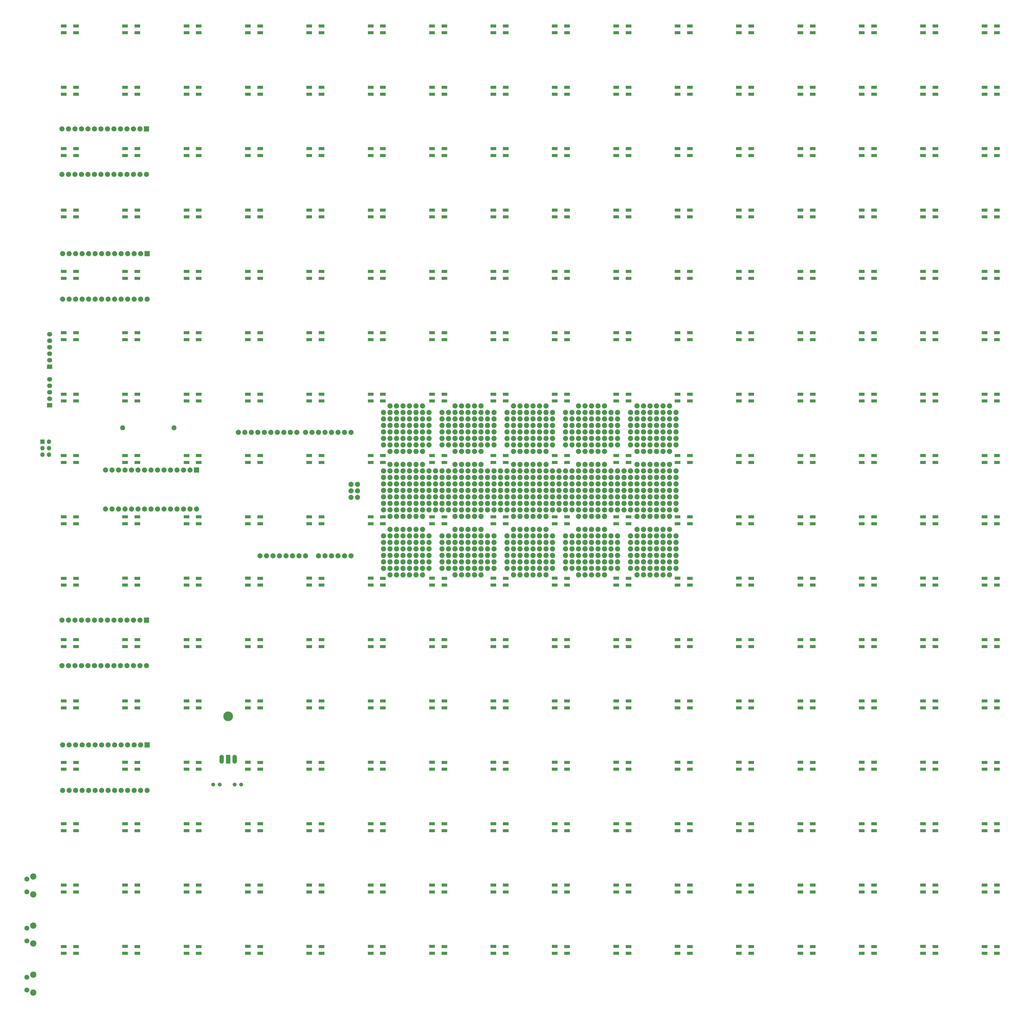
<source format=gbs>
G04 #@! TF.FileFunction,Soldermask,Bot*
%FSLAX46Y46*%
G04 Gerber Fmt 4.6, Leading zero omitted, Abs format (unit mm)*
G04 Created by KiCad (PCBNEW (2015-10-10 BZR 6258)-product) date Friday, October 16, 2015 'PMt' 06:39:56 PM*
%MOMM*%
G01*
G04 APERTURE LIST*
%ADD10C,0.100000*%
%ADD11C,0.150000*%
%ADD12C,2.032000*%
%ADD13C,2.000000*%
%ADD14R,2.000000X2.000000*%
%ADD15R,2.200000X1.250000*%
%ADD16C,2.200000*%
%ADD17C,1.700000*%
%ADD18C,1.950000*%
%ADD19C,1.501140*%
%ADD20R,1.699260X3.500120*%
%ADD21O,1.699260X3.500120*%
%ADD22C,3.799840*%
%ADD23R,1.727200X1.727200*%
%ADD24O,1.727200X1.727200*%
%ADD25R,2.032000X1.727200*%
%ADD26O,2.032000X1.727200*%
G04 APERTURE END LIST*
D10*
D11*
X22833200Y-370709000D02*
G75*
G03X22833200Y-370709000I-1143000J0D01*
G01*
X20079200Y-376709000D02*
G75*
G03X20079200Y-376709000I-889000J0D01*
G01*
X20079200Y-371709000D02*
G75*
G03X20079200Y-371709000I-889000J0D01*
G01*
X22833200Y-377709000D02*
G75*
G03X22833200Y-377709000I-1143000J0D01*
G01*
X22833200Y-389899000D02*
G75*
G03X22833200Y-389899000I-1143000J0D01*
G01*
X20079200Y-395899000D02*
G75*
G03X20079200Y-395899000I-889000J0D01*
G01*
X20079200Y-390899000D02*
G75*
G03X20079200Y-390899000I-889000J0D01*
G01*
X22833200Y-396899000D02*
G75*
G03X22833200Y-396899000I-1143000J0D01*
G01*
X22833200Y-409089000D02*
G75*
G03X22833200Y-409089000I-1143000J0D01*
G01*
X20079200Y-415089000D02*
G75*
G03X20079200Y-415089000I-889000J0D01*
G01*
X20079200Y-410089000D02*
G75*
G03X20079200Y-410089000I-889000J0D01*
G01*
X22833200Y-416089000D02*
G75*
G03X22833200Y-416089000I-1143000J0D01*
G01*
D12*
X257596600Y-229952800D03*
X267756600Y-229952800D03*
X265216600Y-229952800D03*
X262676600Y-229952800D03*
X270296600Y-229952800D03*
X260136600Y-229952800D03*
X234736600Y-229952800D03*
X244896600Y-229952800D03*
X242356600Y-229952800D03*
X237276600Y-229952800D03*
X239816600Y-229952800D03*
X219496600Y-245192800D03*
X222036600Y-250272800D03*
X219496600Y-250272800D03*
X222036600Y-245192800D03*
X222036600Y-247732800D03*
X219496600Y-247732800D03*
X214416600Y-252812800D03*
X216956600Y-250272800D03*
X214416600Y-250272800D03*
X216956600Y-247732800D03*
X214416600Y-247732800D03*
X214416600Y-245192800D03*
X216956600Y-245192800D03*
X201716600Y-250272800D03*
X199176600Y-250272800D03*
X211876600Y-250272800D03*
X211876600Y-252812800D03*
X209336600Y-252812800D03*
X209336600Y-250272800D03*
X201716600Y-245192800D03*
X196636600Y-250272800D03*
X199176600Y-247732800D03*
X201716600Y-247732800D03*
X196636600Y-247732800D03*
X206796600Y-250272800D03*
X206796600Y-247732800D03*
X206796600Y-245192800D03*
X209336600Y-247732800D03*
X211876600Y-245192800D03*
X209336600Y-245192800D03*
X211876600Y-247732800D03*
X222036600Y-252812800D03*
X216956600Y-252812800D03*
X219496600Y-252812800D03*
X186476600Y-250272800D03*
X186476600Y-252812800D03*
X181396600Y-250272800D03*
X183936600Y-250272800D03*
X189016600Y-252812800D03*
X183936600Y-247732800D03*
X181396600Y-247732800D03*
X181396600Y-245192800D03*
X183936600Y-245192800D03*
X181396600Y-237572800D03*
X183936600Y-237572800D03*
X181396600Y-240112800D03*
X181396600Y-242652800D03*
X183936600Y-240112800D03*
X183936600Y-242652800D03*
X189016600Y-237572800D03*
X186476600Y-237572800D03*
X186476600Y-242652800D03*
X189016600Y-242652800D03*
X186476600Y-240112800D03*
X189016600Y-240112800D03*
X216956600Y-242652800D03*
X214416600Y-242652800D03*
X214416600Y-240112800D03*
X216956600Y-240112800D03*
X211876600Y-240112800D03*
X209336600Y-242652800D03*
X209336600Y-240112800D03*
X211876600Y-242652800D03*
X201716600Y-237572800D03*
X201716600Y-242652800D03*
X201716600Y-240112800D03*
X214416600Y-235032800D03*
X216956600Y-237572800D03*
X211876600Y-237572800D03*
X216956600Y-235032800D03*
X211876600Y-235032800D03*
X214416600Y-237572800D03*
X209336600Y-235032800D03*
X206796600Y-237572800D03*
X206796600Y-240112800D03*
X206796600Y-242652800D03*
X209336600Y-237572800D03*
X176316600Y-237572800D03*
X173776600Y-235032800D03*
X171236600Y-237572800D03*
X173776600Y-240112800D03*
X171236600Y-235032800D03*
X173776600Y-237572800D03*
X173776600Y-242652800D03*
X171236600Y-240112800D03*
X171236600Y-242652800D03*
X176316600Y-240112800D03*
X176316600Y-242652800D03*
X166156600Y-250272800D03*
X166156600Y-247732800D03*
X168696600Y-252812800D03*
X168696600Y-250272800D03*
X166156600Y-252812800D03*
X176316600Y-245192800D03*
X171236600Y-245192800D03*
X173776600Y-247732800D03*
X173776600Y-245192800D03*
X176316600Y-247732800D03*
X171236600Y-247732800D03*
X171236600Y-252812800D03*
X171236600Y-250272800D03*
X173776600Y-252812800D03*
X173776600Y-250272800D03*
X176316600Y-250272800D03*
X161076600Y-235032800D03*
X158536600Y-237572800D03*
X158536600Y-240112800D03*
X161076600Y-240112800D03*
X161076600Y-237572800D03*
X163616600Y-240112800D03*
X166156600Y-242652800D03*
X168696600Y-245192800D03*
X168696600Y-242652800D03*
X166156600Y-245192800D03*
X168696600Y-247732800D03*
X161076600Y-247732800D03*
X158536600Y-247732800D03*
X158536600Y-245192800D03*
X158536600Y-242652800D03*
X163616600Y-250272800D03*
X163616600Y-252812800D03*
X161076600Y-252812800D03*
X158536600Y-250272800D03*
X161076600Y-250272800D03*
X161076600Y-245192800D03*
X163616600Y-245192800D03*
X163616600Y-242652800D03*
X161076600Y-242652800D03*
X163616600Y-247732800D03*
X163616600Y-235032800D03*
X168696600Y-237572800D03*
X166156600Y-237572800D03*
X168696600Y-235032800D03*
X166156600Y-235032800D03*
X168696600Y-240112800D03*
X166156600Y-240112800D03*
X163616600Y-237572800D03*
X189016600Y-235032800D03*
X191556600Y-235032800D03*
X194096600Y-235032800D03*
X191556600Y-237572800D03*
X186476600Y-235032800D03*
X194096600Y-237572800D03*
X194096600Y-240112800D03*
X199176600Y-242652800D03*
X196636600Y-242652800D03*
X196636600Y-245192800D03*
X199176600Y-245192800D03*
X194096600Y-242652800D03*
X189016600Y-247732800D03*
X189016600Y-250272800D03*
X186476600Y-247732800D03*
X186476600Y-245192800D03*
X189016600Y-245192800D03*
X191556600Y-247732800D03*
X194096600Y-247732800D03*
X191556600Y-252812800D03*
X196636600Y-252812800D03*
X194096600Y-250272800D03*
X194096600Y-252812800D03*
X191556600Y-250272800D03*
X191556600Y-240112800D03*
X191556600Y-242652800D03*
X194096600Y-245192800D03*
X191556600Y-245192800D03*
X196636600Y-237572800D03*
X196636600Y-235032800D03*
X199176600Y-237572800D03*
X199176600Y-240112800D03*
X196636600Y-240112800D03*
X272836600Y-245192800D03*
X272836600Y-250272800D03*
X272836600Y-247732800D03*
X270296600Y-252812800D03*
X270296600Y-235032800D03*
X272836600Y-237572800D03*
X267756600Y-235032800D03*
X270296600Y-250272800D03*
X267756600Y-247732800D03*
X270296600Y-247732800D03*
X267756600Y-250272800D03*
X267756600Y-252812800D03*
X262676600Y-235032800D03*
X265216600Y-237572800D03*
X265216600Y-235032800D03*
X262676600Y-240112800D03*
X262676600Y-242652800D03*
X262676600Y-237572800D03*
X265216600Y-242652800D03*
X265216600Y-240112800D03*
X270296600Y-237572800D03*
X267756600Y-237572800D03*
X272836600Y-240112800D03*
X267756600Y-240112800D03*
X270296600Y-240112800D03*
X272836600Y-242652800D03*
X270296600Y-245192800D03*
X270296600Y-242652800D03*
X267756600Y-242652800D03*
X265216600Y-245192800D03*
X267756600Y-245192800D03*
X229656600Y-250272800D03*
X229656600Y-247732800D03*
X232196600Y-247732800D03*
X232196600Y-250272800D03*
X234736600Y-250272800D03*
X234736600Y-252812800D03*
X239816600Y-250272800D03*
X237276600Y-252812800D03*
X239816600Y-252812800D03*
X237276600Y-247732800D03*
X237276600Y-250272800D03*
X239816600Y-247732800D03*
X237276600Y-235032800D03*
X239816600Y-235032800D03*
X239816600Y-237572800D03*
X234736600Y-240112800D03*
X239816600Y-240112800D03*
X237276600Y-240112800D03*
X234736600Y-237572800D03*
X237276600Y-237572800D03*
X229656600Y-245192800D03*
X232196600Y-245192800D03*
X229656600Y-242652800D03*
X234736600Y-245192800D03*
X232196600Y-242652800D03*
X234736600Y-247732800D03*
X234736600Y-242652800D03*
X239816600Y-245192800D03*
X237276600Y-242652800D03*
X237276600Y-245192800D03*
X239816600Y-242652800D03*
X234736600Y-235032800D03*
X232196600Y-240112800D03*
X232196600Y-237572800D03*
X229656600Y-240112800D03*
X229656600Y-237572800D03*
X265216600Y-252812800D03*
X265216600Y-250272800D03*
X257596600Y-252812800D03*
X262676600Y-250272800D03*
X265216600Y-247732800D03*
X262676600Y-252812800D03*
X260136600Y-252812800D03*
X260136600Y-247732800D03*
X257596600Y-250272800D03*
X262676600Y-247732800D03*
X262676600Y-245192800D03*
X260136600Y-245192800D03*
X257596600Y-245192800D03*
X257596600Y-247732800D03*
X260136600Y-250272800D03*
X255056600Y-250272800D03*
X249976600Y-250272800D03*
X247436600Y-250272800D03*
X242356600Y-252812800D03*
X242356600Y-250272800D03*
X244896600Y-252812800D03*
X244896600Y-250272800D03*
X249976600Y-247732800D03*
X255056600Y-247732800D03*
X255056600Y-245192800D03*
X255056600Y-242652800D03*
X249976600Y-245192800D03*
X244896600Y-247732800D03*
X247436600Y-247732800D03*
X242356600Y-247732800D03*
X242356600Y-245192800D03*
X244896600Y-242652800D03*
X247436600Y-242652800D03*
X244896600Y-245192800D03*
X247436600Y-245192800D03*
X242356600Y-242652800D03*
X242356600Y-235032800D03*
X244896600Y-235032800D03*
X242356600Y-237572800D03*
X249976600Y-242652800D03*
X249976600Y-237572800D03*
X249976600Y-240112800D03*
X257596600Y-235032800D03*
X260136600Y-237572800D03*
X257596600Y-242652800D03*
X257596600Y-240112800D03*
X260136600Y-240112800D03*
X260136600Y-235032800D03*
X257596600Y-237572800D03*
X260136600Y-242652800D03*
X247436600Y-237572800D03*
X247436600Y-240112800D03*
X244896600Y-237572800D03*
X242356600Y-240112800D03*
X244896600Y-240112800D03*
X255056600Y-237572800D03*
X255056600Y-240112800D03*
X224576600Y-240112800D03*
X224576600Y-237572800D03*
X219496600Y-235032800D03*
X222036600Y-237572800D03*
X219496600Y-240112800D03*
X222036600Y-235032800D03*
X219496600Y-237572800D03*
X222036600Y-240112800D03*
X224576600Y-245192800D03*
X224576600Y-247732800D03*
X219496600Y-242652800D03*
X222036600Y-242652800D03*
X224576600Y-242652800D03*
X224576600Y-250272800D03*
X186476600Y-186772800D03*
X189016600Y-186772800D03*
X214416600Y-186772800D03*
X216956600Y-186772800D03*
X211876600Y-186772800D03*
X209336600Y-186772800D03*
X173776600Y-186772800D03*
X171236600Y-186772800D03*
X161076600Y-186772800D03*
X163616600Y-186772800D03*
X168696600Y-186772800D03*
X166156600Y-186772800D03*
X191556600Y-186772800D03*
X194096600Y-186772800D03*
X196636600Y-186772800D03*
X262676600Y-186772800D03*
X265216600Y-186772800D03*
X270296600Y-186772800D03*
X267756600Y-186772800D03*
X237276600Y-186772800D03*
X239816600Y-186772800D03*
X234736600Y-186772800D03*
X257596600Y-186772800D03*
X260136600Y-186772800D03*
X242356600Y-186772800D03*
X244896600Y-186772800D03*
X219496600Y-186772800D03*
X222036600Y-186772800D03*
X272836600Y-194392800D03*
X272836600Y-196932800D03*
X272836600Y-191852800D03*
X272836600Y-189312800D03*
X272836600Y-199472800D03*
X272836600Y-202012800D03*
X262676600Y-189312800D03*
X265216600Y-191852800D03*
X262676600Y-194392800D03*
X262676600Y-191852800D03*
X265216600Y-189312800D03*
X267756600Y-189312800D03*
X270296600Y-189312800D03*
X265216600Y-194392800D03*
X270296600Y-194392800D03*
X270296600Y-191852800D03*
X267756600Y-191852800D03*
X267756600Y-194392800D03*
X270296600Y-199472800D03*
X267756600Y-199472800D03*
X270296600Y-196932800D03*
X265216600Y-196932800D03*
X267756600Y-196932800D03*
X255056600Y-202012800D03*
X260136600Y-199472800D03*
X257596600Y-194392800D03*
X260136600Y-194392800D03*
X260136600Y-196932800D03*
X255056600Y-199472800D03*
X257596600Y-196932800D03*
X255056600Y-196932800D03*
X257596600Y-199472800D03*
X255056600Y-194392800D03*
X260136600Y-202012800D03*
X260136600Y-204552800D03*
X257596600Y-202012800D03*
X257596600Y-204552800D03*
X262676600Y-202012800D03*
X262676600Y-199472800D03*
X262676600Y-196932800D03*
X265216600Y-199472800D03*
X270296600Y-204552800D03*
X270296600Y-202012800D03*
X262676600Y-204552800D03*
X265216600Y-204552800D03*
X267756600Y-202012800D03*
X267756600Y-204552800D03*
X265216600Y-202012800D03*
X249976600Y-194392800D03*
X249976600Y-196932800D03*
X249976600Y-189312800D03*
X249976600Y-191852800D03*
X249976600Y-202012800D03*
X249976600Y-199472800D03*
X255056600Y-191852800D03*
X255056600Y-189312800D03*
X260136600Y-191852800D03*
X257596600Y-189312800D03*
X257596600Y-191852800D03*
X260136600Y-189312800D03*
X239816600Y-189312800D03*
X242356600Y-191852800D03*
X239816600Y-194392800D03*
X239816600Y-191852800D03*
X242356600Y-189312800D03*
X244896600Y-189312800D03*
X247436600Y-189312800D03*
X242356600Y-194392800D03*
X247436600Y-194392800D03*
X247436600Y-191852800D03*
X244896600Y-191852800D03*
X244896600Y-194392800D03*
X247436600Y-199472800D03*
X244896600Y-199472800D03*
X247436600Y-196932800D03*
X242356600Y-196932800D03*
X244896600Y-196932800D03*
X232196600Y-202012800D03*
X229656600Y-202012800D03*
X237276600Y-199472800D03*
X234736600Y-194392800D03*
X237276600Y-194392800D03*
X237276600Y-196932800D03*
X229656600Y-199472800D03*
X229656600Y-196932800D03*
X229656600Y-194392800D03*
X232196600Y-199472800D03*
X234736600Y-196932800D03*
X232196600Y-196932800D03*
X234736600Y-199472800D03*
X232196600Y-194392800D03*
X237276600Y-202012800D03*
X237276600Y-204552800D03*
X234736600Y-202012800D03*
X234736600Y-204552800D03*
X239816600Y-202012800D03*
X239816600Y-199472800D03*
X239816600Y-196932800D03*
X242356600Y-199472800D03*
X247436600Y-202012800D03*
X239816600Y-204552800D03*
X242356600Y-204552800D03*
X244896600Y-202012800D03*
X244896600Y-204552800D03*
X242356600Y-202012800D03*
X229656600Y-191852800D03*
X229656600Y-189312800D03*
X232196600Y-191852800D03*
X232196600Y-189312800D03*
X237276600Y-191852800D03*
X234736600Y-189312800D03*
X234736600Y-191852800D03*
X237276600Y-189312800D03*
X216956600Y-189312800D03*
X219496600Y-191852800D03*
X216956600Y-194392800D03*
X216956600Y-191852800D03*
X219496600Y-189312800D03*
X222036600Y-189312800D03*
X224576600Y-189312800D03*
X219496600Y-194392800D03*
X224576600Y-194392800D03*
X224576600Y-191852800D03*
X222036600Y-191852800D03*
X222036600Y-194392800D03*
X224576600Y-199472800D03*
X222036600Y-199472800D03*
X224576600Y-196932800D03*
X219496600Y-196932800D03*
X222036600Y-196932800D03*
X209336600Y-204552800D03*
X209336600Y-202012800D03*
X206796600Y-202012800D03*
X214416600Y-199472800D03*
X211876600Y-194392800D03*
X214416600Y-194392800D03*
X214416600Y-196932800D03*
X206796600Y-199472800D03*
X206796600Y-196932800D03*
X206796600Y-194392800D03*
X209336600Y-199472800D03*
X211876600Y-196932800D03*
X209336600Y-196932800D03*
X211876600Y-199472800D03*
X209336600Y-194392800D03*
X214416600Y-202012800D03*
X214416600Y-204552800D03*
X211876600Y-202012800D03*
X211876600Y-204552800D03*
X216956600Y-202012800D03*
X216956600Y-199472800D03*
X216956600Y-196932800D03*
X219496600Y-199472800D03*
X224576600Y-202012800D03*
X216956600Y-204552800D03*
X219496600Y-204552800D03*
X222036600Y-202012800D03*
X222036600Y-204552800D03*
X219496600Y-202012800D03*
X206796600Y-191852800D03*
X206796600Y-189312800D03*
X209336600Y-191852800D03*
X209336600Y-189312800D03*
X214416600Y-191852800D03*
X211876600Y-189312800D03*
X211876600Y-191852800D03*
X214416600Y-189312800D03*
X194096600Y-189312800D03*
X196636600Y-191852800D03*
X194096600Y-194392800D03*
X194096600Y-191852800D03*
X196636600Y-189312800D03*
X199176600Y-189312800D03*
X201716600Y-189312800D03*
X196636600Y-194392800D03*
X201716600Y-194392800D03*
X201716600Y-191852800D03*
X199176600Y-191852800D03*
X199176600Y-194392800D03*
X201716600Y-199472800D03*
X199176600Y-199472800D03*
X201716600Y-196932800D03*
X196636600Y-196932800D03*
X199176600Y-196932800D03*
X186476600Y-204552800D03*
X186476600Y-202012800D03*
X183936600Y-202012800D03*
X191556600Y-199472800D03*
X189016600Y-194392800D03*
X191556600Y-194392800D03*
X191556600Y-196932800D03*
X183936600Y-199472800D03*
X183936600Y-196932800D03*
X183936600Y-194392800D03*
X186476600Y-199472800D03*
X189016600Y-196932800D03*
X186476600Y-196932800D03*
X189016600Y-199472800D03*
X186476600Y-194392800D03*
X191556600Y-202012800D03*
X191556600Y-204552800D03*
X189016600Y-202012800D03*
X189016600Y-204552800D03*
X194096600Y-202012800D03*
X194096600Y-199472800D03*
X194096600Y-196932800D03*
X196636600Y-199472800D03*
X201716600Y-202012800D03*
X194096600Y-204552800D03*
X196636600Y-204552800D03*
X199176600Y-202012800D03*
X196636600Y-202012800D03*
X181396600Y-194392800D03*
X181396600Y-196932800D03*
X183936600Y-191852800D03*
X181396600Y-189312800D03*
X181396600Y-191852800D03*
X183936600Y-189312800D03*
X181396600Y-202012800D03*
X181396600Y-199472800D03*
X186476600Y-191852800D03*
X186476600Y-189312800D03*
X191556600Y-191852800D03*
X189016600Y-189312800D03*
X189016600Y-191852800D03*
X191556600Y-189312800D03*
X171236600Y-189312800D03*
X173776600Y-191852800D03*
X171236600Y-194392800D03*
X171236600Y-191852800D03*
X173776600Y-189312800D03*
X176316600Y-189312800D03*
X173776600Y-194392800D03*
X176316600Y-191852800D03*
X176316600Y-194392800D03*
X176316600Y-199472800D03*
X173776600Y-196932800D03*
X176316600Y-196932800D03*
X161076600Y-204552800D03*
X163616600Y-204552800D03*
X163616600Y-202012800D03*
X161076600Y-202012800D03*
X168696600Y-199472800D03*
X166156600Y-194392800D03*
X168696600Y-194392800D03*
X168696600Y-196932800D03*
X161076600Y-199472800D03*
X161076600Y-196932800D03*
X161076600Y-194392800D03*
X163616600Y-199472800D03*
X166156600Y-196932800D03*
X163616600Y-196932800D03*
X166156600Y-199472800D03*
X163616600Y-194392800D03*
X168696600Y-202012800D03*
X168696600Y-204552800D03*
X166156600Y-202012800D03*
X166156600Y-204552800D03*
X171236600Y-202012800D03*
X171236600Y-199472800D03*
X171236600Y-196932800D03*
X173776600Y-199472800D03*
X171236600Y-204552800D03*
X173776600Y-204552800D03*
X176316600Y-202012800D03*
X173776600Y-202012800D03*
X158536600Y-194392800D03*
X158536600Y-196932800D03*
X161076600Y-191852800D03*
X158536600Y-189312800D03*
X158536600Y-191852800D03*
X161076600Y-189312800D03*
X158536600Y-202012800D03*
X158536600Y-199472800D03*
X163616600Y-191852800D03*
X163616600Y-189312800D03*
X168696600Y-191852800D03*
X166156600Y-189312800D03*
X166156600Y-191852800D03*
X168696600Y-189312800D03*
X209336600Y-229952800D03*
X214416600Y-229952800D03*
X216956600Y-229952800D03*
X211876600Y-229952800D03*
X219496600Y-229952800D03*
X222036600Y-229952800D03*
X189016600Y-229952800D03*
X186476600Y-229952800D03*
X196636600Y-229952800D03*
X194096600Y-229952800D03*
X191556600Y-229952800D03*
X234736600Y-209632800D03*
X237276600Y-209632800D03*
X244896600Y-209632800D03*
X242356600Y-209632800D03*
X239816600Y-209632800D03*
X257596600Y-209632800D03*
X260136600Y-209632800D03*
X270296600Y-209632800D03*
X267756600Y-209632800D03*
X265216600Y-209632800D03*
X262676600Y-209632800D03*
X209336600Y-209632800D03*
X214416600Y-209632800D03*
X211876600Y-209632800D03*
X219496600Y-209632800D03*
X216956600Y-209632800D03*
X222036600Y-209632800D03*
X191556600Y-209632800D03*
X194096600Y-209632800D03*
X196636600Y-209632800D03*
X186476600Y-209632800D03*
X189016600Y-209632800D03*
X161076600Y-209632800D03*
X166156600Y-209632800D03*
X168696600Y-209632800D03*
X163616600Y-209632800D03*
X173776600Y-209632800D03*
X171236600Y-209632800D03*
X272836600Y-214712800D03*
X272836600Y-217252800D03*
X272836600Y-219792800D03*
X272836600Y-224872800D03*
X272836600Y-222332800D03*
X272836600Y-227412800D03*
X272836600Y-212172800D03*
X161076600Y-229952800D03*
X171236600Y-229952800D03*
X173776600Y-229952800D03*
X163616600Y-229952800D03*
X166156600Y-229952800D03*
X168696600Y-229952800D03*
X267756600Y-217252800D03*
X270296600Y-212172800D03*
X270296600Y-214712800D03*
X267756600Y-214712800D03*
X267756600Y-212172800D03*
X265216600Y-214712800D03*
X270296600Y-217252800D03*
X260136600Y-212172800D03*
X260136600Y-214712800D03*
X262676600Y-214712800D03*
X265216600Y-212172800D03*
X262676600Y-217252800D03*
X260136600Y-217252800D03*
X262676600Y-212172800D03*
X265216600Y-217252800D03*
X257596600Y-212172800D03*
X257596600Y-214712800D03*
X255056600Y-212172800D03*
X255056600Y-214712800D03*
X255056600Y-217252800D03*
X257596600Y-217252800D03*
X252516600Y-222332800D03*
X252516600Y-219792800D03*
X249976600Y-219792800D03*
X247436600Y-222332800D03*
X249976600Y-222332800D03*
X247436600Y-219792800D03*
X252516600Y-224872800D03*
X249976600Y-227412800D03*
X244896600Y-224872800D03*
X247436600Y-227412800D03*
X249976600Y-224872800D03*
X247436600Y-224872800D03*
X252516600Y-227412800D03*
X244896600Y-227412800D03*
X265216600Y-224872800D03*
X262676600Y-222332800D03*
X262676600Y-224872800D03*
X260136600Y-224872800D03*
X265216600Y-222332800D03*
X257596600Y-227412800D03*
X257596600Y-222332800D03*
X257596600Y-219792800D03*
X255056600Y-219792800D03*
X257596600Y-224872800D03*
X255056600Y-224872800D03*
X260136600Y-227412800D03*
X255056600Y-222332800D03*
X265216600Y-219792800D03*
X260136600Y-222332800D03*
X262676600Y-219792800D03*
X260136600Y-219792800D03*
X270296600Y-224872800D03*
X270296600Y-222332800D03*
X267756600Y-224872800D03*
X267756600Y-222332800D03*
X270296600Y-219792800D03*
X267756600Y-219792800D03*
X265216600Y-227412800D03*
X270296600Y-227412800D03*
X267756600Y-227412800D03*
X262676600Y-227412800D03*
X255056600Y-227412800D03*
X249976600Y-214712800D03*
X244896600Y-219792800D03*
X242356600Y-219792800D03*
X244896600Y-217252800D03*
X247436600Y-217252800D03*
X242356600Y-214712800D03*
X242356600Y-212172800D03*
X239816600Y-212172800D03*
X242356600Y-222332800D03*
X242356600Y-224872800D03*
X244896600Y-222332800D03*
X239816600Y-222332800D03*
X242356600Y-227412800D03*
X239816600Y-224872800D03*
X237276600Y-217252800D03*
X234736600Y-212172800D03*
X234736600Y-214712800D03*
X234736600Y-217252800D03*
X237276600Y-214712800D03*
X234736600Y-219792800D03*
X234736600Y-222332800D03*
X237276600Y-222332800D03*
X237276600Y-219792800D03*
X239816600Y-219792800D03*
X234736600Y-227412800D03*
X234736600Y-224872800D03*
X239816600Y-227412800D03*
X237276600Y-227412800D03*
X237276600Y-224872800D03*
X252516600Y-212172800D03*
X249976600Y-212172800D03*
X252516600Y-214712800D03*
X249976600Y-217252800D03*
X252516600Y-217252800D03*
X247436600Y-212172800D03*
X244896600Y-214712800D03*
X242356600Y-217252800D03*
X247436600Y-214712800D03*
X244896600Y-212172800D03*
X239816600Y-214712800D03*
X239816600Y-217252800D03*
X237276600Y-212172800D03*
X224576600Y-222332800D03*
X224576600Y-219792800D03*
X222036600Y-219792800D03*
X222036600Y-222332800D03*
X219496600Y-219792800D03*
X222036600Y-224872800D03*
X224576600Y-227412800D03*
X219496600Y-224872800D03*
X224576600Y-224872800D03*
X222036600Y-227412800D03*
X219496600Y-227412800D03*
X216956600Y-224872800D03*
X216956600Y-227412800D03*
X219496600Y-212172800D03*
X222036600Y-212172800D03*
X224576600Y-217252800D03*
X224576600Y-214712800D03*
X222036600Y-217252800D03*
X219496600Y-214712800D03*
X222036600Y-214712800D03*
X224576600Y-212172800D03*
X214416600Y-212172800D03*
X214416600Y-217252800D03*
X211876600Y-217252800D03*
X216956600Y-212172800D03*
X216956600Y-214712800D03*
X214416600Y-214712800D03*
X211876600Y-212172800D03*
X211876600Y-214712800D03*
X214416600Y-222332800D03*
X214416600Y-219792800D03*
X211876600Y-219792800D03*
X214416600Y-224872800D03*
X214416600Y-227412800D03*
X211876600Y-224872800D03*
X211876600Y-227412800D03*
X211876600Y-222332800D03*
X216956600Y-222332800D03*
X219496600Y-217252800D03*
X216956600Y-219792800D03*
X219496600Y-222332800D03*
X216956600Y-217252800D03*
X204256600Y-222332800D03*
X206796600Y-219792800D03*
X206796600Y-222332800D03*
X209336600Y-219792800D03*
X209336600Y-222332800D03*
X204256600Y-219792800D03*
X206796600Y-217252800D03*
X204256600Y-217252800D03*
X209336600Y-217252800D03*
X204256600Y-214712800D03*
X209336600Y-224872800D03*
X206796600Y-224872800D03*
X204256600Y-227412800D03*
X204256600Y-224872800D03*
X209336600Y-227412800D03*
X206796600Y-227412800D03*
X206796600Y-212172800D03*
X209336600Y-212172800D03*
X204256600Y-212172800D03*
X209336600Y-214712800D03*
X206796600Y-214712800D03*
X194096600Y-222332800D03*
X194096600Y-227412800D03*
X196636600Y-227412800D03*
X196636600Y-224872800D03*
X194096600Y-224872800D03*
X201716600Y-222332800D03*
X199176600Y-219792800D03*
X196636600Y-219792800D03*
X196636600Y-222332800D03*
X199176600Y-222332800D03*
X196636600Y-212172800D03*
X194096600Y-212172800D03*
X194096600Y-219792800D03*
X194096600Y-214712800D03*
X194096600Y-217252800D03*
X201716600Y-224872800D03*
X201716600Y-227412800D03*
X199176600Y-227412800D03*
X199176600Y-224872800D03*
X199176600Y-217252800D03*
X196636600Y-217252800D03*
X199176600Y-214712800D03*
X196636600Y-214712800D03*
X201716600Y-212172800D03*
X201716600Y-219792800D03*
X201716600Y-214712800D03*
X201716600Y-217252800D03*
X199176600Y-212172800D03*
X227116600Y-227412800D03*
X232196600Y-227412800D03*
X229656600Y-227412800D03*
X232196600Y-224872800D03*
X229656600Y-217252800D03*
X227116600Y-219792800D03*
X229656600Y-219792800D03*
X232196600Y-217252800D03*
X232196600Y-219792800D03*
X227116600Y-217252800D03*
X232196600Y-222332800D03*
X229656600Y-224872800D03*
X229656600Y-222332800D03*
X227116600Y-224872800D03*
X227116600Y-222332800D03*
X229656600Y-214712800D03*
X227116600Y-212172800D03*
X232196600Y-214712800D03*
X232196600Y-212172800D03*
X229656600Y-212172800D03*
X227116600Y-214712800D03*
X176316600Y-212172800D03*
X178856600Y-212172800D03*
X178856600Y-214712800D03*
X173776600Y-212172800D03*
X173776600Y-214712800D03*
X176316600Y-214712800D03*
X181396600Y-224872800D03*
X181396600Y-222332800D03*
X181396600Y-227412800D03*
X178856600Y-224872800D03*
X178856600Y-227412800D03*
X173776600Y-222332800D03*
X173776600Y-219792800D03*
X178856600Y-219792800D03*
X176316600Y-219792800D03*
X176316600Y-222332800D03*
X178856600Y-222332800D03*
X173776600Y-224872800D03*
X173776600Y-227412800D03*
X176316600Y-224872800D03*
X176316600Y-227412800D03*
X181396600Y-217252800D03*
X176316600Y-217252800D03*
X178856600Y-217252800D03*
X173776600Y-217252800D03*
X181396600Y-214712800D03*
X186476600Y-224872800D03*
X183936600Y-227412800D03*
X183936600Y-224872800D03*
X186476600Y-227412800D03*
X189016600Y-227412800D03*
X189016600Y-214712800D03*
X189016600Y-217252800D03*
X189016600Y-219792800D03*
X191556600Y-217252800D03*
X191556600Y-219792800D03*
X191556600Y-214712800D03*
X191556600Y-212172800D03*
X189016600Y-212172800D03*
X183936600Y-212172800D03*
X183936600Y-214712800D03*
X186476600Y-217252800D03*
X186476600Y-214712800D03*
X183936600Y-217252800D03*
X186476600Y-212172800D03*
X181396600Y-212172800D03*
X183936600Y-222332800D03*
X183936600Y-219792800D03*
X186476600Y-219792800D03*
X186476600Y-222332800D03*
X181396600Y-219792800D03*
X191556600Y-222332800D03*
X189016600Y-224872800D03*
X191556600Y-227412800D03*
X189016600Y-222332800D03*
X191556600Y-224872800D03*
X168696600Y-214712800D03*
X168696600Y-212172800D03*
X168696600Y-217252800D03*
X168696600Y-219792800D03*
X171236600Y-217252800D03*
X171236600Y-219792800D03*
X171236600Y-214712800D03*
X163616600Y-212172800D03*
X171236600Y-222332800D03*
X166156600Y-212172800D03*
X171236600Y-212172800D03*
X171236600Y-224872800D03*
X171236600Y-227412800D03*
X168696600Y-227412800D03*
X168696600Y-224872800D03*
X163616600Y-224872800D03*
X166156600Y-224872800D03*
X163616600Y-227412800D03*
X166156600Y-227412800D03*
X163616600Y-217252800D03*
X163616600Y-214712800D03*
X166156600Y-214712800D03*
X166156600Y-217252800D03*
X168696600Y-222332800D03*
X163616600Y-219792800D03*
X166156600Y-219792800D03*
X166156600Y-222332800D03*
X163616600Y-222332800D03*
X161076600Y-217252800D03*
X158536600Y-214712800D03*
X158536600Y-212172800D03*
X161076600Y-214712800D03*
X161076600Y-212172800D03*
X158536600Y-217252800D03*
X161076600Y-227412800D03*
X158536600Y-224872800D03*
X158536600Y-222332800D03*
X158536600Y-219792800D03*
X161076600Y-219792800D03*
X161076600Y-224872800D03*
X161076600Y-222332800D03*
X158536600Y-227412800D03*
D13*
X110276600Y-245319800D03*
X112816600Y-245319800D03*
X115356600Y-245319800D03*
X117896600Y-245319800D03*
X120436600Y-245319800D03*
X122976600Y-245319800D03*
X125516600Y-245319800D03*
X128056600Y-245319800D03*
X133136600Y-245319800D03*
X135676600Y-245319800D03*
X138216600Y-245319800D03*
X140756600Y-245319800D03*
X143296600Y-245319800D03*
X145836600Y-245319800D03*
X101793000Y-197059800D03*
X104333000Y-197059800D03*
X106873000Y-197059800D03*
X109413000Y-197059800D03*
X111953000Y-197059800D03*
X114493000Y-197059800D03*
X117033000Y-197059800D03*
X119573000Y-197059800D03*
X122113000Y-197059800D03*
X124653000Y-197059800D03*
X128056600Y-197059800D03*
X130596600Y-197059800D03*
X133136600Y-197059800D03*
X135676600Y-197059800D03*
X138216600Y-197059800D03*
X140756600Y-197059800D03*
X143296600Y-197059800D03*
X145836600Y-197059800D03*
X145836600Y-222459800D03*
X145836600Y-219919800D03*
X145836600Y-217379800D03*
X148376600Y-217379800D03*
X148376600Y-219919800D03*
X148376600Y-222459800D03*
X65191600Y-227031800D03*
D14*
X85511600Y-211791800D03*
D13*
X82971600Y-211791800D03*
X80431600Y-211791800D03*
X77891600Y-211791800D03*
X75351600Y-211791800D03*
X72811600Y-211791800D03*
X70271600Y-211791800D03*
X67731600Y-211791800D03*
X65191600Y-211791800D03*
X62651600Y-211791800D03*
X60111600Y-211791800D03*
X57571600Y-211791800D03*
X55031600Y-211791800D03*
X52491600Y-211791800D03*
X49951600Y-211791800D03*
X85511600Y-227031800D03*
X82971600Y-227031800D03*
X80431600Y-227031800D03*
X77891600Y-227031800D03*
X75351600Y-227031800D03*
X72811600Y-227031800D03*
X70271600Y-227031800D03*
X67731600Y-227031800D03*
X62651600Y-227031800D03*
X60111600Y-227031800D03*
X57571600Y-227031800D03*
X55031600Y-227031800D03*
X52491600Y-227031800D03*
X49951600Y-227031800D03*
D15*
X38380489Y-400763116D03*
X38380489Y-398063116D03*
X38380489Y-376774229D03*
X38380489Y-374074229D03*
X38380489Y-352785341D03*
X38380489Y-350085341D03*
X38380489Y-328796453D03*
X38380489Y-326096453D03*
X38380489Y-304807565D03*
X38380489Y-302107565D03*
X38380489Y-280818678D03*
X38380489Y-278118678D03*
X38380489Y-256829790D03*
X38380489Y-254129790D03*
X38380489Y-232840902D03*
X38380489Y-230140902D03*
X38380489Y-208852014D03*
X38380489Y-206152014D03*
X38380489Y-184863127D03*
X38380489Y-182163127D03*
X38380489Y-160874239D03*
X38380489Y-158174239D03*
X38380489Y-136885351D03*
X38380489Y-134185351D03*
X38380489Y-112896463D03*
X38380489Y-110196463D03*
X38380489Y-88907576D03*
X38380489Y-86207576D03*
X38380489Y-64918688D03*
X38380489Y-62218688D03*
X38380489Y-40929800D03*
X38380489Y-38229800D03*
X62369377Y-400763116D03*
X62369377Y-398063116D03*
X62369377Y-376774229D03*
X62369377Y-374074229D03*
X62369377Y-352785341D03*
X62369377Y-350085341D03*
X62369377Y-328796453D03*
X62369377Y-326096453D03*
X62369377Y-304807565D03*
X62369377Y-302107565D03*
X62369377Y-280818678D03*
X62369377Y-278118678D03*
X62369377Y-256829790D03*
X62369377Y-254129790D03*
X62369377Y-232840902D03*
X62369377Y-230140902D03*
X62369377Y-208852014D03*
X62369377Y-206152014D03*
X62369377Y-184863127D03*
X62369377Y-182163127D03*
X62369377Y-160874239D03*
X62369377Y-158174239D03*
X62369377Y-136885351D03*
X62369377Y-134185351D03*
X62369377Y-112896463D03*
X62369377Y-110196463D03*
X62369377Y-88907576D03*
X62369377Y-86207576D03*
X62369377Y-64918688D03*
X62369377Y-62218688D03*
X62369377Y-40929800D03*
X62369377Y-38229800D03*
X86358264Y-400763116D03*
X86358264Y-398063116D03*
X86358264Y-376774229D03*
X86358264Y-374074229D03*
X86358264Y-352785341D03*
X86358264Y-350085341D03*
X86358264Y-328796453D03*
X86358264Y-326096453D03*
X86358264Y-304807565D03*
X86358264Y-302107565D03*
X86358264Y-280818678D03*
X86358264Y-278118678D03*
X86358264Y-256829790D03*
X86358264Y-254129790D03*
X86358264Y-232840902D03*
X86358264Y-230140902D03*
X86358264Y-208852014D03*
X86358264Y-206152014D03*
X86358264Y-184863127D03*
X86358264Y-182163127D03*
X86358264Y-160874239D03*
X86358264Y-158174239D03*
X86358264Y-136885351D03*
X86358264Y-134185351D03*
X86358264Y-112896463D03*
X86358264Y-110196463D03*
X86358264Y-88907576D03*
X86358264Y-86207576D03*
X86358264Y-64918688D03*
X86358264Y-62218688D03*
X86358264Y-40929800D03*
X86358264Y-38229800D03*
X110347152Y-400763116D03*
X110347152Y-398063116D03*
X110347152Y-376774229D03*
X110347152Y-374074229D03*
X110347152Y-352785341D03*
X110347152Y-350085341D03*
X110347152Y-328796453D03*
X110347152Y-326096453D03*
X110347152Y-304807565D03*
X110347152Y-302107565D03*
X110347152Y-280818678D03*
X110347152Y-278118678D03*
X110347152Y-256829790D03*
X110347152Y-254129790D03*
X110347152Y-232840902D03*
X110347152Y-230140902D03*
X110347152Y-208852014D03*
X110347152Y-206152014D03*
X110347152Y-184863127D03*
X110347152Y-182163127D03*
X110347152Y-160874239D03*
X110347152Y-158174239D03*
X110347152Y-136885351D03*
X110347152Y-134185351D03*
X110347152Y-112896463D03*
X110347152Y-110196463D03*
X110347152Y-88907576D03*
X110347152Y-86207576D03*
X110347152Y-64918688D03*
X110347152Y-62218688D03*
X110347152Y-40929800D03*
X110347152Y-38229800D03*
X134336040Y-400763116D03*
X134336040Y-398063116D03*
X134336040Y-376774229D03*
X134336040Y-374074229D03*
X134336040Y-352785341D03*
X134336040Y-350085341D03*
X134336040Y-328796453D03*
X134336040Y-326096453D03*
X134336040Y-304807565D03*
X134336040Y-302107565D03*
X134336040Y-280818678D03*
X134336040Y-278118678D03*
X134336040Y-256829790D03*
X134336040Y-254129790D03*
X134336040Y-232840902D03*
X134336040Y-230140902D03*
X134336040Y-208852014D03*
X134336040Y-206152014D03*
X134336040Y-184863127D03*
X134336040Y-182163127D03*
X134336040Y-160874239D03*
X134336040Y-158174239D03*
X134336040Y-136885351D03*
X134336040Y-134185351D03*
X134336040Y-112896463D03*
X134336040Y-110196463D03*
X134336040Y-88907576D03*
X134336040Y-86207576D03*
X134336040Y-64918688D03*
X134336040Y-62218688D03*
X134336040Y-40929800D03*
X134336040Y-38229800D03*
X158324928Y-400763116D03*
X158324928Y-398063116D03*
X158324928Y-376774229D03*
X158324928Y-374074229D03*
X158324928Y-352785341D03*
X158324928Y-350085341D03*
X158324928Y-328796453D03*
X158324928Y-326096453D03*
X158324928Y-304807565D03*
X158324928Y-302107565D03*
X158324928Y-280818678D03*
X158324928Y-278118678D03*
X158324928Y-256829790D03*
X158324928Y-254129790D03*
X158324928Y-232840902D03*
X158324928Y-230140902D03*
X158324928Y-208852014D03*
X158324928Y-206152014D03*
X158324928Y-184863127D03*
X158324928Y-182163127D03*
X158324928Y-160874239D03*
X158324928Y-158174239D03*
X158324928Y-136885351D03*
X158324928Y-134185351D03*
X158324928Y-112896463D03*
X158324928Y-110196463D03*
X158324928Y-88907576D03*
X158324928Y-86207576D03*
X158324928Y-64918688D03*
X158324928Y-62218688D03*
X158324928Y-40929800D03*
X158324928Y-38229800D03*
X182313815Y-400763116D03*
X182313815Y-398063116D03*
X182313815Y-376774229D03*
X182313815Y-374074229D03*
X182313815Y-352785341D03*
X182313815Y-350085341D03*
X182313815Y-328796453D03*
X182313815Y-326096453D03*
X182313815Y-304807565D03*
X182313815Y-302107565D03*
X182313815Y-280818678D03*
X182313815Y-278118678D03*
X182313815Y-256829790D03*
X182313815Y-254129790D03*
X182313815Y-232840902D03*
X182313815Y-230140902D03*
X182313815Y-208852014D03*
X182313815Y-206152014D03*
X182313815Y-184863127D03*
X182313815Y-182163127D03*
X182313815Y-160874239D03*
X182313815Y-158174239D03*
X182313815Y-136885351D03*
X182313815Y-134185351D03*
X182313815Y-112896463D03*
X182313815Y-110196463D03*
X182313815Y-88907576D03*
X182313815Y-86207576D03*
X182313815Y-64918688D03*
X182313815Y-62218688D03*
X182313815Y-40929800D03*
X182313815Y-38229800D03*
X206302703Y-400763116D03*
X206302703Y-398063116D03*
X206302703Y-376774228D03*
X206302703Y-374074228D03*
X206302703Y-352785341D03*
X206302703Y-350085341D03*
X206302703Y-328796453D03*
X206302703Y-326096453D03*
X206302703Y-304807565D03*
X206302703Y-302107565D03*
X206302703Y-280818677D03*
X206302703Y-278118677D03*
X206302703Y-256829790D03*
X206302703Y-254129790D03*
X206302703Y-232840902D03*
X206302703Y-230140902D03*
X206302703Y-208852014D03*
X206302703Y-206152014D03*
X206302703Y-184863126D03*
X206302703Y-182163126D03*
X206302703Y-160874239D03*
X206302703Y-158174239D03*
X206302703Y-136885351D03*
X206302703Y-134185351D03*
X206302703Y-112896463D03*
X206302703Y-110196463D03*
X206302703Y-88907575D03*
X206302703Y-86207575D03*
X206302703Y-64918688D03*
X206302703Y-62218688D03*
X206302703Y-40929800D03*
X206302703Y-38229800D03*
X230291591Y-400763116D03*
X230291591Y-398063116D03*
X230291591Y-376774229D03*
X230291591Y-374074229D03*
X230291591Y-352785341D03*
X230291591Y-350085341D03*
X230291591Y-328796453D03*
X230291591Y-326096453D03*
X230291591Y-304807565D03*
X230291591Y-302107565D03*
X230291591Y-280818678D03*
X230291591Y-278118678D03*
X230291591Y-256829790D03*
X230291591Y-254129790D03*
X230291591Y-232840902D03*
X230291591Y-230140902D03*
X230291591Y-208852014D03*
X230291591Y-206152014D03*
X230291591Y-184863127D03*
X230291591Y-182163127D03*
X230291591Y-160874239D03*
X230291591Y-158174239D03*
X230291591Y-136885351D03*
X230291591Y-134185351D03*
X230291591Y-112896463D03*
X230291591Y-110196463D03*
X230291591Y-88907576D03*
X230291591Y-86207576D03*
X230291591Y-64918688D03*
X230291591Y-62218688D03*
X230291591Y-40929800D03*
X230291591Y-38229800D03*
X254280479Y-400763116D03*
X254280479Y-398063116D03*
X254280479Y-376774229D03*
X254280479Y-374074229D03*
X254280479Y-352785341D03*
X254280479Y-350085341D03*
X254280479Y-328796453D03*
X254280479Y-326096453D03*
X254280479Y-304807565D03*
X254280479Y-302107565D03*
X254280479Y-280818678D03*
X254280479Y-278118678D03*
X254280479Y-256829790D03*
X254280479Y-254129790D03*
X254280479Y-232840902D03*
X254280479Y-230140902D03*
X254280479Y-208852014D03*
X254280479Y-206152014D03*
X254280479Y-184863127D03*
X254280479Y-182163127D03*
X254280479Y-160874239D03*
X254280479Y-158174239D03*
X254280479Y-136885351D03*
X254280479Y-134185351D03*
X254280479Y-112896463D03*
X254280479Y-110196463D03*
X254280479Y-88907576D03*
X254280479Y-86207576D03*
X254280479Y-64918688D03*
X254280479Y-62218688D03*
X254280479Y-40929800D03*
X254280479Y-38229800D03*
X278269366Y-400763116D03*
X278269366Y-398063116D03*
X278269366Y-376774229D03*
X278269366Y-374074229D03*
X278269366Y-352785341D03*
X278269366Y-350085341D03*
X278269366Y-328796453D03*
X278269366Y-326096453D03*
X278269366Y-304807565D03*
X278269366Y-302107565D03*
X278269366Y-280818678D03*
X278269366Y-278118678D03*
X278269366Y-256829790D03*
X278269366Y-254129790D03*
X278269366Y-232840902D03*
X278269366Y-230140902D03*
X278269366Y-208852014D03*
X278269366Y-206152014D03*
X278269366Y-184863127D03*
X278269366Y-182163127D03*
X278269366Y-160874239D03*
X278269366Y-158174239D03*
X278269366Y-136885351D03*
X278269366Y-134185351D03*
X278269366Y-112896463D03*
X278269366Y-110196463D03*
X278269366Y-88907576D03*
X278269366Y-86207576D03*
X278269366Y-64918688D03*
X278269366Y-62218688D03*
X278269366Y-40929800D03*
X278269366Y-38229800D03*
X302258254Y-400763116D03*
X302258254Y-398063116D03*
X302258254Y-376774229D03*
X302258254Y-374074229D03*
X302258254Y-352785341D03*
X302258254Y-350085341D03*
X302258254Y-328796453D03*
X302258254Y-326096453D03*
X302258254Y-304807565D03*
X302258254Y-302107565D03*
X302258254Y-280818678D03*
X302258254Y-278118678D03*
X302258254Y-256829790D03*
X302258254Y-254129790D03*
X302258254Y-232840902D03*
X302258254Y-230140902D03*
X302258254Y-208852014D03*
X302258254Y-206152014D03*
X302258254Y-184863127D03*
X302258254Y-182163127D03*
X302258254Y-160874239D03*
X302258254Y-158174239D03*
X302258254Y-136885351D03*
X302258254Y-134185351D03*
X302258254Y-112896463D03*
X302258254Y-110196463D03*
X302258254Y-88907576D03*
X302258254Y-86207576D03*
X302258254Y-64918688D03*
X302258254Y-62218688D03*
X302258254Y-40929800D03*
X302258254Y-38229800D03*
X326247142Y-400763116D03*
X326247142Y-398063116D03*
X326247142Y-376774229D03*
X326247142Y-374074229D03*
X326247142Y-352785341D03*
X326247142Y-350085341D03*
X326247142Y-328796453D03*
X326247142Y-326096453D03*
X326247142Y-304807565D03*
X326247142Y-302107565D03*
X326247142Y-280818678D03*
X326247142Y-278118678D03*
X326247142Y-256829790D03*
X326247142Y-254129790D03*
X326247142Y-232840902D03*
X326247142Y-230140902D03*
X326247142Y-208852014D03*
X326247142Y-206152014D03*
X326247142Y-184863127D03*
X326247142Y-182163127D03*
X326247142Y-160874239D03*
X326247142Y-158174239D03*
X326247142Y-136885351D03*
X326247142Y-134185351D03*
X326247142Y-112896463D03*
X326247142Y-110196463D03*
X326247142Y-88907576D03*
X326247142Y-86207576D03*
X326247142Y-64918688D03*
X326247142Y-62218688D03*
X326247142Y-40929800D03*
X326247142Y-38229800D03*
X350236030Y-400763116D03*
X350236030Y-398063116D03*
X350236030Y-376774229D03*
X350236030Y-374074229D03*
X350236030Y-352785341D03*
X350236030Y-350085341D03*
X350250111Y-328783300D03*
X350250111Y-326083300D03*
X350250111Y-304780300D03*
X350250111Y-302080300D03*
X350236030Y-280818678D03*
X350236030Y-278118678D03*
X350236030Y-256829790D03*
X350236030Y-254129790D03*
X350236030Y-232840902D03*
X350236030Y-230140902D03*
X350236030Y-208852014D03*
X350236030Y-206152014D03*
X350236030Y-184863127D03*
X350236030Y-182163127D03*
X350236030Y-160874239D03*
X350236030Y-158174239D03*
X350236030Y-136885351D03*
X350236030Y-134185351D03*
X350236030Y-112896463D03*
X350236030Y-110196463D03*
X350236030Y-88907576D03*
X350236030Y-86207576D03*
X350236030Y-64918688D03*
X350236030Y-62218688D03*
X350236030Y-40929800D03*
X350236030Y-38229800D03*
X374224917Y-400763116D03*
X374224917Y-398063116D03*
X374224917Y-376774229D03*
X374224917Y-374074229D03*
X374224917Y-352785341D03*
X374224917Y-350085341D03*
X374224917Y-328796453D03*
X374224917Y-326096453D03*
X374224917Y-304807565D03*
X374224917Y-302107565D03*
X374224917Y-280818678D03*
X374224917Y-278118678D03*
X374224917Y-256829790D03*
X374224917Y-254129790D03*
X374224917Y-232840902D03*
X374224917Y-230140902D03*
X374224917Y-208852014D03*
X374224917Y-206152014D03*
X374224917Y-184863127D03*
X374224917Y-182163127D03*
X374224917Y-160874239D03*
X374224917Y-158174239D03*
X374224917Y-136885351D03*
X374224917Y-134185351D03*
X374224917Y-112896463D03*
X374224917Y-110196463D03*
X374224917Y-88907576D03*
X374224917Y-86207576D03*
X374224917Y-64918688D03*
X374224917Y-62218688D03*
X374224917Y-40929800D03*
X374224917Y-38229800D03*
X398213805Y-400763116D03*
X398213805Y-398063116D03*
X398213805Y-376774229D03*
X398213805Y-374074229D03*
X398213805Y-352785341D03*
X398213805Y-350085341D03*
X398213805Y-328796453D03*
X398213805Y-326096453D03*
X398213805Y-304807565D03*
X398213805Y-302107565D03*
X398213805Y-280818678D03*
X398213805Y-278118678D03*
X398213805Y-256829790D03*
X398213805Y-254129790D03*
X398213805Y-232840902D03*
X398213805Y-230140902D03*
X398213805Y-208852014D03*
X398213805Y-206152014D03*
X398213805Y-184863127D03*
X398213805Y-182163127D03*
X398213805Y-160874239D03*
X398213805Y-158174239D03*
X398213805Y-136885351D03*
X398213805Y-134185351D03*
X398213805Y-112896463D03*
X398213805Y-110196463D03*
X398213805Y-88907576D03*
X398213805Y-86207576D03*
X398213805Y-64918688D03*
X398213805Y-62218688D03*
X398213805Y-40929800D03*
X398213805Y-38229800D03*
X33582711Y-400763116D03*
X33582711Y-398063116D03*
X33582711Y-376774229D03*
X33582711Y-374074229D03*
X33582711Y-352785341D03*
X33582711Y-350085341D03*
X33582711Y-328796453D03*
X33582711Y-326096453D03*
X33582711Y-304807565D03*
X33582711Y-302107565D03*
X33582711Y-280818678D03*
X33582711Y-278118678D03*
X33582711Y-256829790D03*
X33582711Y-254129790D03*
X33582711Y-232840902D03*
X33582711Y-230140902D03*
X33582711Y-208852014D03*
X33582711Y-206152014D03*
X33582711Y-184863127D03*
X33582711Y-182163127D03*
X33582711Y-160874239D03*
X33582711Y-158174239D03*
X33582711Y-136885351D03*
X33582711Y-134185351D03*
X33582711Y-112896463D03*
X33582711Y-110196463D03*
X33582711Y-88907576D03*
X33582711Y-86207576D03*
X33582711Y-64918688D03*
X33582711Y-62218688D03*
X33582711Y-40929800D03*
X33582711Y-38229800D03*
X57570511Y-400746000D03*
X57570511Y-398046000D03*
X57570511Y-376758000D03*
X57570511Y-374058000D03*
X57570511Y-352771000D03*
X57570511Y-350071000D03*
X57570511Y-328783000D03*
X57570511Y-326083000D03*
X57570511Y-304795000D03*
X57570511Y-302095000D03*
X57570511Y-280807000D03*
X57570511Y-278107000D03*
X57570511Y-256820000D03*
X57570511Y-254120000D03*
X57570511Y-232832000D03*
X57570511Y-230132000D03*
X57570511Y-208844000D03*
X57570511Y-206144000D03*
X57570511Y-184856000D03*
X57570511Y-182156000D03*
X57570511Y-160869000D03*
X57570511Y-158169000D03*
X57570511Y-136881000D03*
X57570511Y-134181000D03*
X57570511Y-112893000D03*
X57570511Y-110193000D03*
X57570511Y-88905300D03*
X57570511Y-86205300D03*
X57570511Y-64917600D03*
X57570511Y-62217600D03*
X57570511Y-40929800D03*
X57570511Y-38229800D03*
X81558312Y-400746000D03*
X81558312Y-398046000D03*
X81558312Y-376758000D03*
X81558312Y-374058000D03*
X81558312Y-352771000D03*
X81558312Y-350071000D03*
X81558312Y-328783000D03*
X81558312Y-326083000D03*
X81558312Y-304795000D03*
X81558312Y-302095000D03*
X81558312Y-280807000D03*
X81558312Y-278107000D03*
X81558312Y-256820000D03*
X81558312Y-254120000D03*
X81558312Y-232832000D03*
X81558312Y-230132000D03*
X81558312Y-208844000D03*
X81558312Y-206144000D03*
X81558312Y-184856000D03*
X81558312Y-182156000D03*
X81558312Y-160869000D03*
X81558312Y-158169000D03*
X81558312Y-136881000D03*
X81558312Y-134181000D03*
X81558312Y-112893000D03*
X81558312Y-110193000D03*
X81558312Y-88905300D03*
X81558312Y-86205300D03*
X81558312Y-64917600D03*
X81558312Y-62217600D03*
X81558312Y-40929800D03*
X81558312Y-38229800D03*
X105546112Y-400746000D03*
X105546112Y-398046000D03*
X105546112Y-376758000D03*
X105546112Y-374058000D03*
X105546112Y-352771000D03*
X105546112Y-350071000D03*
X105546112Y-328783000D03*
X105546112Y-326083000D03*
X105546112Y-304795000D03*
X105546112Y-302095000D03*
X105546112Y-280807000D03*
X105546112Y-278107000D03*
X105546112Y-256820000D03*
X105546112Y-254120000D03*
X105546112Y-232832000D03*
X105546112Y-230132000D03*
X105546112Y-208844000D03*
X105546112Y-206144000D03*
X105546112Y-184856000D03*
X105546112Y-182156000D03*
X105546112Y-160869000D03*
X105546112Y-158169000D03*
X105546112Y-136881000D03*
X105546112Y-134181000D03*
X105546112Y-112893000D03*
X105546112Y-110193000D03*
X105546112Y-88905300D03*
X105546112Y-86205300D03*
X105546112Y-64917600D03*
X105546112Y-62217600D03*
X105546112Y-40929800D03*
X105546112Y-38229800D03*
X129534112Y-400746000D03*
X129534112Y-398046000D03*
X129534112Y-376758000D03*
X129534112Y-374058000D03*
X129534112Y-352771000D03*
X129534112Y-350071000D03*
X129534112Y-328783000D03*
X129534112Y-326083000D03*
X129534112Y-304795000D03*
X129534112Y-302095000D03*
X129534112Y-280807000D03*
X129534112Y-278107000D03*
X129534112Y-256820000D03*
X129534112Y-254120000D03*
X129534112Y-232832000D03*
X129534112Y-230132000D03*
X129534112Y-208844000D03*
X129534112Y-206144000D03*
X129534112Y-184856000D03*
X129534112Y-182156000D03*
X129534112Y-160869000D03*
X129534112Y-158169000D03*
X129534112Y-136881000D03*
X129534112Y-134181000D03*
X129534112Y-112893000D03*
X129534112Y-110193000D03*
X129534112Y-88905300D03*
X129534112Y-86205300D03*
X129534112Y-64917600D03*
X129534112Y-62217600D03*
X129534112Y-40929800D03*
X129534112Y-38229800D03*
X153521111Y-400746000D03*
X153521111Y-398046000D03*
X153521111Y-376758000D03*
X153521111Y-374058000D03*
X153521111Y-352771000D03*
X153521111Y-350071000D03*
X153521111Y-328783000D03*
X153521111Y-326083000D03*
X153521111Y-304795000D03*
X153521111Y-302095000D03*
X153521111Y-280807000D03*
X153521111Y-278107000D03*
X153521111Y-256820000D03*
X153521111Y-254120000D03*
X153521111Y-232832000D03*
X153521111Y-230132000D03*
X153521111Y-208844000D03*
X153521111Y-206144000D03*
X153521111Y-184856000D03*
X153521111Y-182156000D03*
X153521111Y-160869000D03*
X153521111Y-158169000D03*
X153521111Y-136881000D03*
X153521111Y-134181000D03*
X153521111Y-112893000D03*
X153521111Y-110193000D03*
X153521111Y-88905300D03*
X153521111Y-86205300D03*
X153521111Y-64917600D03*
X153521111Y-62217600D03*
X153521111Y-40929800D03*
X153521111Y-38229800D03*
X177509111Y-400746000D03*
X177509111Y-398046000D03*
X177509111Y-376758000D03*
X177509111Y-374058000D03*
X177509111Y-352771000D03*
X177509111Y-350071000D03*
X177509111Y-328783000D03*
X177509111Y-326083000D03*
X177509111Y-304795000D03*
X177509111Y-302095000D03*
X177509111Y-280807000D03*
X177509111Y-278107000D03*
X177509111Y-256820000D03*
X177509111Y-254120000D03*
X177509111Y-232832000D03*
X177509111Y-230132000D03*
X177509111Y-208844000D03*
X177509111Y-206144000D03*
X177509111Y-184856000D03*
X177509111Y-182156000D03*
X177509111Y-160869000D03*
X177509111Y-158169000D03*
X177509111Y-136881000D03*
X177509111Y-134181000D03*
X177509111Y-112893000D03*
X177509111Y-110193000D03*
X177509111Y-88905300D03*
X177509111Y-86205300D03*
X177509111Y-64917600D03*
X177509111Y-62217600D03*
X177509111Y-40929800D03*
X177509111Y-38229800D03*
X201497111Y-400746000D03*
X201497111Y-398046000D03*
X201497111Y-376758000D03*
X201497111Y-374058000D03*
X201497111Y-352771000D03*
X201497111Y-350071000D03*
X201497111Y-328783000D03*
X201497111Y-326083000D03*
X201497111Y-304795000D03*
X201497111Y-302095000D03*
X201497111Y-280807000D03*
X201497111Y-278107000D03*
X201497111Y-256820000D03*
X201497111Y-254120000D03*
X201497111Y-232832000D03*
X201497111Y-230132000D03*
X201497111Y-208844000D03*
X201497111Y-206144000D03*
X201497111Y-184856000D03*
X201497111Y-182156000D03*
X201497111Y-160869000D03*
X201497111Y-158169000D03*
X201497111Y-136881000D03*
X201497111Y-134181000D03*
X201497111Y-112893000D03*
X201497111Y-110193000D03*
X201497111Y-88905300D03*
X201497111Y-86205300D03*
X201497111Y-64917600D03*
X201497111Y-62217600D03*
X201497111Y-40929800D03*
X201497111Y-38229800D03*
X225485111Y-400746000D03*
X225485111Y-398046000D03*
X225485111Y-376758000D03*
X225485111Y-374058000D03*
X225485111Y-352771000D03*
X225485111Y-350071000D03*
X225485111Y-328783000D03*
X225485111Y-326083000D03*
X225485111Y-304795000D03*
X225485111Y-302095000D03*
X225485111Y-280807000D03*
X225485111Y-278107000D03*
X225485111Y-256820000D03*
X225485111Y-254120000D03*
X225485111Y-232832000D03*
X225485111Y-230132000D03*
X225485111Y-208844000D03*
X225485111Y-206144000D03*
X225485111Y-184856000D03*
X225485111Y-182156000D03*
X225485111Y-160868000D03*
X225485111Y-158168000D03*
X225485111Y-136881000D03*
X225485111Y-134181000D03*
X225485111Y-112893000D03*
X225485111Y-110193000D03*
X225485111Y-88905300D03*
X225485111Y-86205300D03*
X225485111Y-64917600D03*
X225485111Y-62217600D03*
X225485111Y-40929800D03*
X225485111Y-38229800D03*
X249472111Y-400746000D03*
X249472111Y-398046000D03*
X249472111Y-376758000D03*
X249472111Y-374058000D03*
X249472111Y-352771000D03*
X249472111Y-350071000D03*
X249472111Y-328783000D03*
X249472111Y-326083000D03*
X249472111Y-304795000D03*
X249472111Y-302095000D03*
X249472111Y-280807000D03*
X249472111Y-278107000D03*
X249472111Y-256820000D03*
X249472111Y-254120000D03*
X249472111Y-232832000D03*
X249472111Y-230132000D03*
X249472111Y-208844000D03*
X249472111Y-206144000D03*
X249472111Y-184856000D03*
X249472111Y-182156000D03*
X249472111Y-160868000D03*
X249472111Y-158168000D03*
X249472111Y-136881000D03*
X249472111Y-134181000D03*
X249472111Y-112893000D03*
X249472111Y-110193000D03*
X249472111Y-88905300D03*
X249472111Y-86205300D03*
X249472111Y-64917600D03*
X249472111Y-62217600D03*
X249472111Y-40929800D03*
X249472111Y-38229800D03*
X273460111Y-400746000D03*
X273460111Y-398046000D03*
X273460111Y-376758000D03*
X273460111Y-374058000D03*
X273460111Y-352771000D03*
X273460111Y-350071000D03*
X273460111Y-328783000D03*
X273460111Y-326083000D03*
X273460111Y-304795000D03*
X273460111Y-302095000D03*
X273460111Y-280807000D03*
X273460111Y-278107000D03*
X273460111Y-256820000D03*
X273460111Y-254120000D03*
X273460111Y-232832000D03*
X273460111Y-230132000D03*
X273460111Y-208844000D03*
X273460111Y-206144000D03*
X273460111Y-184856000D03*
X273460111Y-182156000D03*
X273460111Y-160868000D03*
X273460111Y-158168000D03*
X273460111Y-136881000D03*
X273460111Y-134181000D03*
X273460111Y-112893000D03*
X273460111Y-110193000D03*
X273460111Y-88905300D03*
X273460111Y-86205300D03*
X273460111Y-64917600D03*
X273460111Y-62217600D03*
X273460111Y-40929800D03*
X273460111Y-38229800D03*
X297448111Y-400746000D03*
X297448111Y-398046000D03*
X297448111Y-376758000D03*
X297448111Y-374058000D03*
X297448111Y-352771000D03*
X297448111Y-350071000D03*
X297448111Y-328783000D03*
X297448111Y-326083000D03*
X297448111Y-304795000D03*
X297448111Y-302095000D03*
X297448111Y-280807000D03*
X297448111Y-278107000D03*
X297448111Y-256820000D03*
X297448111Y-254120000D03*
X297448111Y-232832000D03*
X297448111Y-230132000D03*
X297448111Y-208844000D03*
X297448111Y-206144000D03*
X297448111Y-184856000D03*
X297448111Y-182156000D03*
X297448111Y-160868000D03*
X297448111Y-158168000D03*
X297448111Y-136881000D03*
X297448111Y-134181000D03*
X297448111Y-112893000D03*
X297448111Y-110193000D03*
X297448111Y-88905300D03*
X297448111Y-86205300D03*
X297448111Y-64917600D03*
X297448111Y-62217600D03*
X297448111Y-40929800D03*
X297448111Y-38229800D03*
X321436111Y-400746000D03*
X321436111Y-398046000D03*
X321436111Y-376758000D03*
X321436111Y-374058000D03*
X321436111Y-352771000D03*
X321436111Y-350071000D03*
X321436111Y-328783000D03*
X321436111Y-326083000D03*
X321436111Y-304795000D03*
X321436111Y-302095000D03*
X321436111Y-280807000D03*
X321436111Y-278107000D03*
X321436111Y-256820000D03*
X321436111Y-254120000D03*
X321436111Y-232832000D03*
X321436111Y-230132000D03*
X321436111Y-208844000D03*
X321436111Y-206144000D03*
X321436111Y-184856000D03*
X321436111Y-182156000D03*
X321436111Y-160868000D03*
X321436111Y-158168000D03*
X321436111Y-136881000D03*
X321436111Y-134181000D03*
X321436111Y-112893000D03*
X321436111Y-110193000D03*
X321436111Y-88905300D03*
X321436111Y-86205300D03*
X321436111Y-64917600D03*
X321436111Y-62217600D03*
X321436111Y-40929800D03*
X321436111Y-38229800D03*
X345424111Y-400746000D03*
X345424111Y-398046000D03*
X345424111Y-376758000D03*
X345424111Y-374058000D03*
X345424111Y-352771000D03*
X345424111Y-350071000D03*
X345424111Y-328783000D03*
X345424111Y-326083000D03*
X345424111Y-304795000D03*
X345424111Y-302095000D03*
X345424111Y-280807000D03*
X345424111Y-278107000D03*
X345424111Y-256820000D03*
X345424111Y-254120000D03*
X345424111Y-232832000D03*
X345424111Y-230132000D03*
X345424111Y-208844000D03*
X345424111Y-206144000D03*
X345424111Y-184856000D03*
X345424111Y-182156000D03*
X345424111Y-160868000D03*
X345424111Y-158168000D03*
X345424111Y-136881000D03*
X345424111Y-134181000D03*
X345424111Y-112893000D03*
X345424111Y-110193000D03*
X345424111Y-88905300D03*
X345424111Y-86205300D03*
X345424111Y-64917600D03*
X345424111Y-62217600D03*
X345424111Y-40929800D03*
X345424111Y-38229800D03*
X369411111Y-400746000D03*
X369411111Y-398046000D03*
X369411111Y-376758000D03*
X369411111Y-374058000D03*
X369411111Y-352771000D03*
X369411111Y-350071000D03*
X369411111Y-328783000D03*
X369411111Y-326083000D03*
X369411111Y-304795000D03*
X369411111Y-302095000D03*
X369411111Y-280807000D03*
X369411111Y-278107000D03*
X369411111Y-256820000D03*
X369411111Y-254120000D03*
X369411111Y-232832000D03*
X369411111Y-230132000D03*
X369411111Y-208844000D03*
X369411111Y-206144000D03*
X369411111Y-184856000D03*
X369411111Y-182156000D03*
X369411111Y-160868000D03*
X369411111Y-158168000D03*
X369411111Y-136881000D03*
X369411111Y-134181000D03*
X369411111Y-112893000D03*
X369411111Y-110193000D03*
X369411111Y-88905300D03*
X369411111Y-86205300D03*
X369411111Y-64917600D03*
X369411111Y-62217600D03*
X369411111Y-40929800D03*
X369411111Y-38229800D03*
X393416028Y-400763116D03*
X393416028Y-398063116D03*
X393416028Y-376774229D03*
X393416028Y-374074229D03*
X393416028Y-352785341D03*
X393416028Y-350085341D03*
X393416028Y-328796453D03*
X393416028Y-326096453D03*
X393416028Y-304807565D03*
X393416028Y-302107565D03*
X393416028Y-280818678D03*
X393416028Y-278118678D03*
X393416028Y-256829790D03*
X393416028Y-254129790D03*
X393416028Y-232840902D03*
X393416028Y-230140902D03*
X393416028Y-208852014D03*
X393416028Y-206152014D03*
X393416028Y-184863127D03*
X393416028Y-182163127D03*
X393416028Y-160874239D03*
X393416028Y-158174239D03*
X393416028Y-136885351D03*
X393416028Y-134185351D03*
X393416028Y-112896463D03*
X393416028Y-110196463D03*
X393416028Y-88907576D03*
X393416028Y-86207576D03*
X393416028Y-64918688D03*
X393416028Y-62218688D03*
X393416028Y-40929800D03*
X393416028Y-38229800D03*
D16*
X21690200Y-370709000D03*
X21690200Y-377709000D03*
D17*
X19190200Y-371709000D03*
X19190200Y-376709000D03*
D16*
X21690200Y-389899000D03*
X21690200Y-396899000D03*
D17*
X19190200Y-390899000D03*
X19190200Y-395899000D03*
D16*
X21690200Y-409089000D03*
X21690200Y-416089000D03*
D17*
X19190200Y-410089000D03*
X19190200Y-415089000D03*
D18*
X76643600Y-195281800D03*
X56643600Y-195281800D03*
D19*
X102922895Y-334747000D03*
X100382895Y-334747000D03*
D20*
X97828060Y-324821800D03*
D21*
X95288060Y-324821800D03*
X100368060Y-324821800D03*
D22*
X97828060Y-308057800D03*
D23*
X25313600Y-200742800D03*
D24*
X27853600Y-200742800D03*
X25313600Y-203282800D03*
X27853600Y-203282800D03*
X25313600Y-205822800D03*
X27853600Y-205822800D03*
D19*
X94527895Y-334747000D03*
X91987895Y-334747000D03*
D14*
X66207600Y-127209800D03*
D13*
X63667600Y-127209800D03*
X61127600Y-127209800D03*
X58587600Y-127209800D03*
X56047600Y-127209800D03*
X53507600Y-127209800D03*
X50967600Y-127209800D03*
X48427600Y-127209800D03*
X45887600Y-127209800D03*
X43347600Y-127209800D03*
X40807600Y-127209800D03*
X38267600Y-127209800D03*
X35727600Y-127209800D03*
X33187600Y-127209800D03*
X33187600Y-144989800D03*
X35727600Y-144989800D03*
X38267600Y-144989800D03*
X40807600Y-144989800D03*
X43347600Y-144989800D03*
X45887600Y-144989800D03*
X48427600Y-144989800D03*
X50967600Y-144989800D03*
X53507600Y-144989800D03*
X56047600Y-144989800D03*
X58587600Y-144989800D03*
X61127600Y-144989800D03*
X63667600Y-144989800D03*
X66207600Y-144989800D03*
D14*
X65953600Y-78441800D03*
D13*
X63413600Y-78441800D03*
X60873600Y-78441800D03*
X58333600Y-78441800D03*
X55793600Y-78441800D03*
X53253600Y-78441800D03*
X50713600Y-78441800D03*
X48173600Y-78441800D03*
X45633600Y-78441800D03*
X43093600Y-78441800D03*
X40553600Y-78441800D03*
X38013600Y-78441800D03*
X35473600Y-78441800D03*
X32933600Y-78441800D03*
X32933600Y-96221800D03*
X35473600Y-96221800D03*
X38013600Y-96221800D03*
X40553600Y-96221800D03*
X43093600Y-96221800D03*
X45633600Y-96221800D03*
X48173600Y-96221800D03*
X50713600Y-96221800D03*
X53253600Y-96221800D03*
X55793600Y-96221800D03*
X58333600Y-96221800D03*
X60873600Y-96221800D03*
X63413600Y-96221800D03*
X65953600Y-96221800D03*
D14*
X65953600Y-270465800D03*
D13*
X63413600Y-270465800D03*
X60873600Y-270465800D03*
X58333600Y-270465800D03*
X55793600Y-270465800D03*
X53253600Y-270465800D03*
X50713600Y-270465800D03*
X48173600Y-270465800D03*
X45633600Y-270465800D03*
X43093600Y-270465800D03*
X40553600Y-270465800D03*
X38013600Y-270465800D03*
X35473600Y-270465800D03*
X32933600Y-270465800D03*
X32933600Y-288245800D03*
X35473600Y-288245800D03*
X38013600Y-288245800D03*
X40553600Y-288245800D03*
X43093600Y-288245800D03*
X45633600Y-288245800D03*
X48173600Y-288245800D03*
X50713600Y-288245800D03*
X53253600Y-288245800D03*
X55793600Y-288245800D03*
X58333600Y-288245800D03*
X60873600Y-288245800D03*
X63413600Y-288245800D03*
X65953600Y-288245800D03*
D14*
X66207600Y-319233800D03*
D13*
X63667600Y-319233800D03*
X61127600Y-319233800D03*
X58587600Y-319233800D03*
X56047600Y-319233800D03*
X53507600Y-319233800D03*
X50967600Y-319233800D03*
X48427600Y-319233800D03*
X45887600Y-319233800D03*
X43347600Y-319233800D03*
X40807600Y-319233800D03*
X38267600Y-319233800D03*
X35727600Y-319233800D03*
X33187600Y-319233800D03*
X33187600Y-337013800D03*
X35727600Y-337013800D03*
X38267600Y-337013800D03*
X40807600Y-337013800D03*
X43347600Y-337013800D03*
X45887600Y-337013800D03*
X48427600Y-337013800D03*
X50967600Y-337013800D03*
X53507600Y-337013800D03*
X56047600Y-337013800D03*
X58587600Y-337013800D03*
X61127600Y-337013800D03*
X63667600Y-337013800D03*
X66207600Y-337013800D03*
D25*
X28107600Y-186518800D03*
D26*
X28107600Y-183978800D03*
X28107600Y-181438800D03*
X28107600Y-178898800D03*
X28107600Y-176358800D03*
D25*
X28107600Y-171405800D03*
D26*
X28107600Y-168865800D03*
X28107600Y-166325800D03*
X28107600Y-163785800D03*
X28107600Y-161245800D03*
X28107600Y-158705800D03*
M02*

</source>
